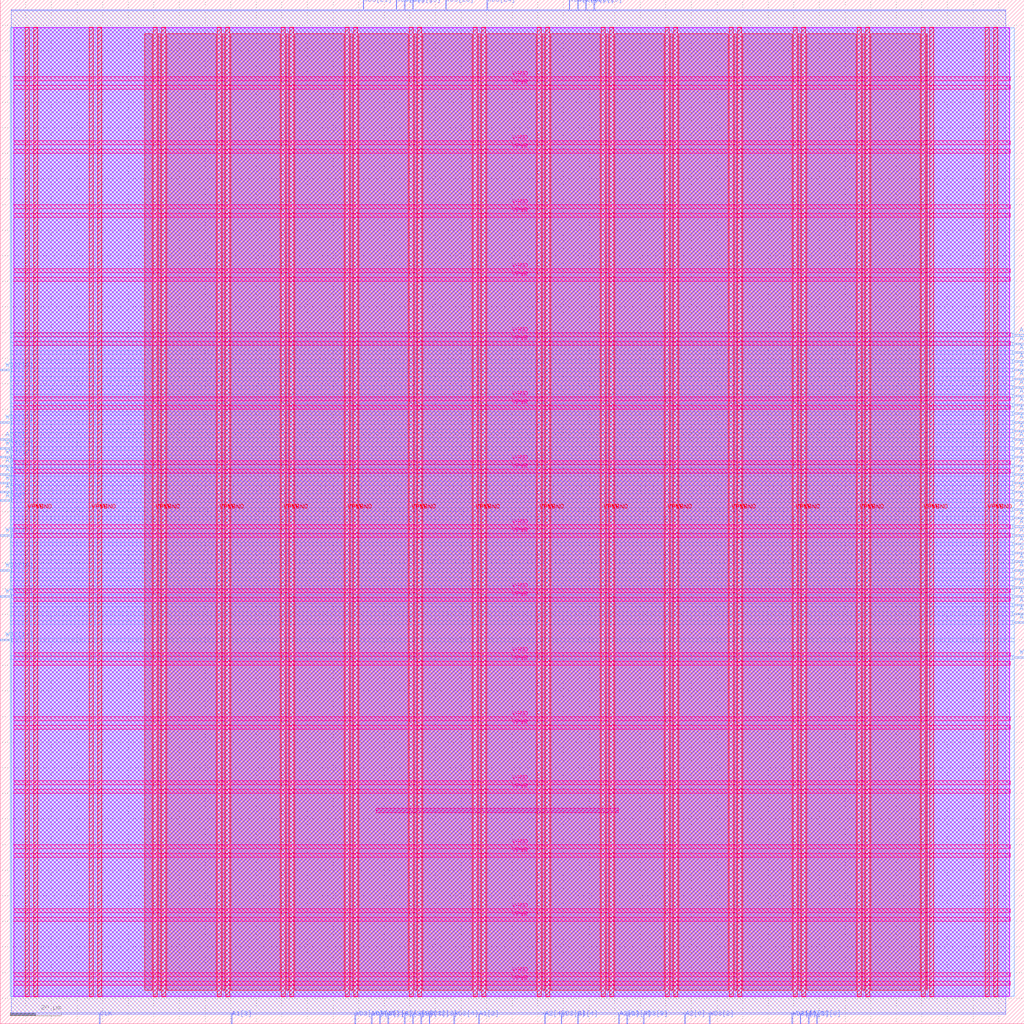
<source format=lef>
VERSION 5.7 ;
  NOWIREEXTENSIONATPIN ON ;
  DIVIDERCHAR "/" ;
  BUSBITCHARS "[]" ;
MACRO project4
  CLASS BLOCK ;
  FOREIGN project4 ;
  ORIGIN 0.000 0.000 ;
  SIZE 400.000 BY 400.000 ;
  PIN A1[0]
    DIRECTION INPUT ;
    USE SIGNAL ;
    ANTENNAGATEAREA 0.196500 ;
    PORT
      LAYER met2 ;
        RECT 312.430 0.000 312.710 4.000 ;
    END
  END A1[0]
  PIN A1[1]
    DIRECTION INPUT ;
    USE SIGNAL ;
    ANTENNAGATEAREA 0.196500 ;
    PORT
      LAYER met2 ;
        RECT 315.650 0.000 315.930 4.000 ;
    END
  END A1[1]
  PIN A1[2]
    DIRECTION INPUT ;
    USE SIGNAL ;
    ANTENNAGATEAREA 0.213000 ;
    PORT
      LAYER met2 ;
        RECT 186.850 0.000 187.130 4.000 ;
    END
  END A1[2]
  PIN A1[3]
    DIRECTION INPUT ;
    USE SIGNAL ;
    ANTENNAGATEAREA 0.426000 ;
    PORT
      LAYER met2 ;
        RECT 90.250 0.000 90.530 4.000 ;
    END
  END A1[3]
  PIN A1[4]
    DIRECTION INPUT ;
    USE SIGNAL ;
    ANTENNAGATEAREA 0.159000 ;
    PORT
      LAYER met2 ;
        RECT 225.490 0.000 225.770 4.000 ;
    END
  END A1[4]
  PIN A2[0]
    DIRECTION INPUT ;
    USE SIGNAL ;
    ANTENNAGATEAREA 1.168500 ;
    PORT
      LAYER met2 ;
        RECT 267.350 0.000 267.630 4.000 ;
    END
  END A2[0]
  PIN A2[1]
    DIRECTION INPUT ;
    USE SIGNAL ;
    ANTENNAGATEAREA 0.921000 ;
    PORT
      LAYER met2 ;
        RECT 241.590 0.000 241.870 4.000 ;
    END
  END A2[1]
  PIN A2[2]
    DIRECTION INPUT ;
    USE SIGNAL ;
    ANTENNAGATEAREA 0.196500 ;
    PORT
      LAYER met2 ;
        RECT 161.090 0.000 161.370 4.000 ;
    END
  END A2[2]
  PIN A2[3]
    DIRECTION INPUT ;
    USE SIGNAL ;
    ANTENNAGATEAREA 0.126000 ;
    PORT
      LAYER met2 ;
        RECT 157.870 0.000 158.150 4.000 ;
    END
  END A2[3]
  PIN A2[4]
    DIRECTION INPUT ;
    USE SIGNAL ;
    ANTENNAGATEAREA 0.247500 ;
    PORT
      LAYER met2 ;
        RECT 212.610 0.000 212.890 4.000 ;
    END
  END A2[4]
  PIN A3[0]
    DIRECTION INPUT ;
    USE SIGNAL ;
    ANTENNAGATEAREA 0.213000 ;
    PORT
      LAYER met3 ;
        RECT 0.000 204.040 4.000 204.640 ;
    END
  END A3[0]
  PIN A3[1]
    DIRECTION INPUT ;
    USE SIGNAL ;
    ANTENNAGATEAREA 0.159000 ;
    PORT
      LAYER met3 ;
        RECT 0.000 207.440 4.000 208.040 ;
    END
  END A3[1]
  PIN A3[2]
    DIRECTION INPUT ;
    USE SIGNAL ;
    ANTENNAGATEAREA 0.213000 ;
    PORT
      LAYER met3 ;
        RECT 0.000 217.640 4.000 218.240 ;
    END
  END A3[2]
  PIN A3[3]
    DIRECTION INPUT ;
    USE SIGNAL ;
    ANTENNAGATEAREA 0.213000 ;
    PORT
      LAYER met3 ;
        RECT 0.000 227.840 4.000 228.440 ;
    END
  END A3[3]
  PIN A3[4]
    DIRECTION INPUT ;
    USE SIGNAL ;
    ANTENNAGATEAREA 0.213000 ;
    PORT
      LAYER met3 ;
        RECT 0.000 214.240 4.000 214.840 ;
    END
  END A3[4]
  PIN ALU_result[0]
    DIRECTION OUTPUT ;
    USE SIGNAL ;
    ANTENNADIFFAREA 0.340600 ;
    PORT
      LAYER met3 ;
        RECT 396.000 156.440 400.000 157.040 ;
    END
  END ALU_result[0]
  PIN ALU_result[10]
    DIRECTION OUTPUT ;
    USE SIGNAL ;
    ANTENNADIFFAREA 0.340600 ;
    PORT
      LAYER met3 ;
        RECT 396.000 163.240 400.000 163.840 ;
    END
  END ALU_result[10]
  PIN ALU_result[11]
    DIRECTION OUTPUT ;
    USE SIGNAL ;
    ANTENNADIFFAREA 0.340600 ;
    PORT
      LAYER met3 ;
        RECT 396.000 268.640 400.000 269.240 ;
    END
  END ALU_result[11]
  PIN ALU_result[12]
    DIRECTION OUTPUT ;
    USE SIGNAL ;
    ANTENNADIFFAREA 0.340600 ;
    PORT
      LAYER met3 ;
        RECT 396.000 200.640 400.000 201.240 ;
    END
  END ALU_result[12]
  PIN ALU_result[13]
    DIRECTION OUTPUT ;
    USE SIGNAL ;
    ANTENNADIFFAREA 0.340600 ;
    PORT
      LAYER met3 ;
        RECT 396.000 204.040 400.000 204.640 ;
    END
  END ALU_result[13]
  PIN ALU_result[14]
    DIRECTION OUTPUT ;
    USE SIGNAL ;
    ANTENNADIFFAREA 0.340600 ;
    PORT
      LAYER met3 ;
        RECT 396.000 197.240 400.000 197.840 ;
    END
  END ALU_result[14]
  PIN ALU_result[15]
    DIRECTION OUTPUT ;
    USE SIGNAL ;
    ANTENNADIFFAREA 0.340600 ;
    PORT
      LAYER met3 ;
        RECT 396.000 231.240 400.000 231.840 ;
    END
  END ALU_result[15]
  PIN ALU_result[16]
    DIRECTION OUTPUT ;
    USE SIGNAL ;
    ANTENNADIFFAREA 0.340600 ;
    PORT
      LAYER met3 ;
        RECT 396.000 210.840 400.000 211.440 ;
    END
  END ALU_result[16]
  PIN ALU_result[17]
    DIRECTION OUTPUT ;
    USE SIGNAL ;
    ANTENNADIFFAREA 0.340600 ;
    PORT
      LAYER met3 ;
        RECT 396.000 214.240 400.000 214.840 ;
    END
  END ALU_result[17]
  PIN ALU_result[18]
    DIRECTION OUTPUT ;
    USE SIGNAL ;
    ANTENNADIFFAREA 0.340600 ;
    PORT
      LAYER met3 ;
        RECT 396.000 217.640 400.000 218.240 ;
    END
  END ALU_result[18]
  PIN ALU_result[19]
    DIRECTION OUTPUT ;
    USE SIGNAL ;
    ANTENNADIFFAREA 0.340600 ;
    PORT
      LAYER met3 ;
        RECT 396.000 238.040 400.000 238.640 ;
    END
  END ALU_result[19]
  PIN ALU_result[1]
    DIRECTION OUTPUT ;
    USE SIGNAL ;
    ANTENNADIFFAREA 0.340600 ;
    PORT
      LAYER met3 ;
        RECT 396.000 187.040 400.000 187.640 ;
    END
  END ALU_result[1]
  PIN ALU_result[20]
    DIRECTION OUTPUT ;
    USE SIGNAL ;
    ANTENNADIFFAREA 0.340600 ;
    PORT
      LAYER met3 ;
        RECT 396.000 224.440 400.000 225.040 ;
    END
  END ALU_result[20]
  PIN ALU_result[21]
    DIRECTION OUTPUT ;
    USE SIGNAL ;
    ANTENNADIFFAREA 0.340600 ;
    PORT
      LAYER met3 ;
        RECT 396.000 234.640 400.000 235.240 ;
    END
  END ALU_result[21]
  PIN ALU_result[22]
    DIRECTION OUTPUT ;
    USE SIGNAL ;
    ANTENNADIFFAREA 0.340600 ;
    PORT
      LAYER met3 ;
        RECT 396.000 221.040 400.000 221.640 ;
    END
  END ALU_result[22]
  PIN ALU_result[23]
    DIRECTION OUTPUT ;
    USE SIGNAL ;
    ANTENNADIFFAREA 0.340600 ;
    PORT
      LAYER met3 ;
        RECT 396.000 265.240 400.000 265.840 ;
    END
  END ALU_result[23]
  PIN ALU_result[24]
    DIRECTION OUTPUT ;
    USE SIGNAL ;
    ANTENNADIFFAREA 0.340600 ;
    PORT
      LAYER met3 ;
        RECT 396.000 227.840 400.000 228.440 ;
    END
  END ALU_result[24]
  PIN ALU_result[25]
    DIRECTION OUTPUT ;
    USE SIGNAL ;
    ANTENNADIFFAREA 0.340600 ;
    PORT
      LAYER met3 ;
        RECT 396.000 244.840 400.000 245.440 ;
    END
  END ALU_result[25]
  PIN ALU_result[26]
    DIRECTION OUTPUT ;
    USE SIGNAL ;
    ANTENNADIFFAREA 0.340600 ;
    PORT
      LAYER met3 ;
        RECT 396.000 241.440 400.000 242.040 ;
    END
  END ALU_result[26]
  PIN ALU_result[27]
    DIRECTION OUTPUT ;
    USE SIGNAL ;
    ANTENNADIFFAREA 0.340600 ;
    PORT
      LAYER met3 ;
        RECT 396.000 261.840 400.000 262.440 ;
    END
  END ALU_result[27]
  PIN ALU_result[28]
    DIRECTION OUTPUT ;
    USE SIGNAL ;
    ANTENNADIFFAREA 0.340600 ;
    PORT
      LAYER met3 ;
        RECT 396.000 255.040 400.000 255.640 ;
    END
  END ALU_result[28]
  PIN ALU_result[29]
    DIRECTION OUTPUT ;
    USE SIGNAL ;
    ANTENNADIFFAREA 0.340600 ;
    PORT
      LAYER met3 ;
        RECT 396.000 251.640 400.000 252.240 ;
    END
  END ALU_result[29]
  PIN ALU_result[2]
    DIRECTION OUTPUT ;
    USE SIGNAL ;
    ANTENNADIFFAREA 0.340600 ;
    PORT
      LAYER met3 ;
        RECT 396.000 180.240 400.000 180.840 ;
    END
  END ALU_result[2]
  PIN ALU_result[30]
    DIRECTION OUTPUT ;
    USE SIGNAL ;
    ANTENNADIFFAREA 0.340600 ;
    PORT
      LAYER met3 ;
        RECT 396.000 258.440 400.000 259.040 ;
    END
  END ALU_result[30]
  PIN ALU_result[31]
    DIRECTION OUTPUT ;
    USE SIGNAL ;
    ANTENNADIFFAREA 0.340600 ;
    PORT
      LAYER met3 ;
        RECT 396.000 248.240 400.000 248.840 ;
    END
  END ALU_result[31]
  PIN ALU_result[3]
    DIRECTION OUTPUT ;
    USE SIGNAL ;
    ANTENNADIFFAREA 0.340600 ;
    PORT
      LAYER met3 ;
        RECT 396.000 190.440 400.000 191.040 ;
    END
  END ALU_result[3]
  PIN ALU_result[4]
    DIRECTION OUTPUT ;
    USE SIGNAL ;
    ANTENNADIFFAREA 0.340600 ;
    PORT
      LAYER met3 ;
        RECT 396.000 166.640 400.000 167.240 ;
    END
  END ALU_result[4]
  PIN ALU_result[5]
    DIRECTION OUTPUT ;
    USE SIGNAL ;
    ANTENNADIFFAREA 0.340600 ;
    PORT
      LAYER met3 ;
        RECT 396.000 193.840 400.000 194.440 ;
    END
  END ALU_result[5]
  PIN ALU_result[6]
    DIRECTION OUTPUT ;
    USE SIGNAL ;
    ANTENNADIFFAREA 0.340600 ;
    PORT
      LAYER met3 ;
        RECT 396.000 170.040 400.000 170.640 ;
    END
  END ALU_result[6]
  PIN ALU_result[7]
    DIRECTION OUTPUT ;
    USE SIGNAL ;
    ANTENNADIFFAREA 0.340600 ;
    PORT
      LAYER met3 ;
        RECT 396.000 176.840 400.000 177.440 ;
    END
  END ALU_result[7]
  PIN ALU_result[8]
    DIRECTION OUTPUT ;
    USE SIGNAL ;
    ANTENNADIFFAREA 0.340600 ;
    PORT
      LAYER met3 ;
        RECT 396.000 207.440 400.000 208.040 ;
    END
  END ALU_result[8]
  PIN ALU_result[9]
    DIRECTION OUTPUT ;
    USE SIGNAL ;
    ANTENNADIFFAREA 0.340600 ;
    PORT
      LAYER met3 ;
        RECT 396.000 159.840 400.000 160.440 ;
    END
  END ALU_result[9]
  PIN CLK
    DIRECTION INPUT ;
    USE SIGNAL ;
    ANTENNAGATEAREA 0.852000 ;
    PORT
      LAYER met2 ;
        RECT 38.730 0.000 39.010 4.000 ;
    END
  END CLK
  PIN VGND
    DIRECTION INOUT ;
    USE GROUND ;
    PORT
      LAYER met4 ;
        RECT 13.020 10.640 14.620 389.200 ;
    END
    PORT
      LAYER met4 ;
        RECT 38.020 10.640 39.620 389.200 ;
    END
    PORT
      LAYER met4 ;
        RECT 63.020 10.640 64.620 389.200 ;
    END
    PORT
      LAYER met4 ;
        RECT 88.020 10.640 89.620 389.200 ;
    END
    PORT
      LAYER met4 ;
        RECT 113.020 10.640 114.620 389.200 ;
    END
    PORT
      LAYER met4 ;
        RECT 138.020 10.640 139.620 389.200 ;
    END
    PORT
      LAYER met4 ;
        RECT 163.020 10.640 164.620 389.200 ;
    END
    PORT
      LAYER met4 ;
        RECT 188.020 10.640 189.620 389.200 ;
    END
    PORT
      LAYER met4 ;
        RECT 213.020 10.640 214.620 389.200 ;
    END
    PORT
      LAYER met4 ;
        RECT 238.020 10.640 239.620 389.200 ;
    END
    PORT
      LAYER met4 ;
        RECT 263.020 10.640 264.620 389.200 ;
    END
    PORT
      LAYER met4 ;
        RECT 288.020 10.640 289.620 389.200 ;
    END
    PORT
      LAYER met4 ;
        RECT 313.020 10.640 314.620 389.200 ;
    END
    PORT
      LAYER met4 ;
        RECT 338.020 10.640 339.620 389.200 ;
    END
    PORT
      LAYER met4 ;
        RECT 363.020 10.640 364.620 389.200 ;
    END
    PORT
      LAYER met4 ;
        RECT 388.020 10.640 389.620 389.200 ;
    END
    PORT
      LAYER met5 ;
        RECT 5.280 18.380 394.460 19.980 ;
    END
    PORT
      LAYER met5 ;
        RECT 5.280 43.380 394.460 44.980 ;
    END
    PORT
      LAYER met5 ;
        RECT 5.280 68.380 394.460 69.980 ;
    END
    PORT
      LAYER met5 ;
        RECT 5.280 93.380 394.460 94.980 ;
    END
    PORT
      LAYER met5 ;
        RECT 5.280 118.380 394.460 119.980 ;
    END
    PORT
      LAYER met5 ;
        RECT 5.280 143.380 394.460 144.980 ;
    END
    PORT
      LAYER met5 ;
        RECT 5.280 168.380 394.460 169.980 ;
    END
    PORT
      LAYER met5 ;
        RECT 5.280 193.380 394.460 194.980 ;
    END
    PORT
      LAYER met5 ;
        RECT 5.280 218.380 394.460 219.980 ;
    END
    PORT
      LAYER met5 ;
        RECT 5.280 243.380 394.460 244.980 ;
    END
    PORT
      LAYER met5 ;
        RECT 5.280 268.380 394.460 269.980 ;
    END
    PORT
      LAYER met5 ;
        RECT 5.280 293.380 394.460 294.980 ;
    END
    PORT
      LAYER met5 ;
        RECT 5.280 318.380 394.460 319.980 ;
    END
    PORT
      LAYER met5 ;
        RECT 5.280 343.380 394.460 344.980 ;
    END
    PORT
      LAYER met5 ;
        RECT 5.280 368.380 394.460 369.980 ;
    END
  END VGND
  PIN VPWR
    DIRECTION INOUT ;
    USE POWER ;
    PORT
      LAYER met4 ;
        RECT 9.720 10.640 11.320 389.200 ;
    END
    PORT
      LAYER met4 ;
        RECT 34.720 10.640 36.320 389.200 ;
    END
    PORT
      LAYER met4 ;
        RECT 59.720 10.640 61.320 389.200 ;
    END
    PORT
      LAYER met4 ;
        RECT 84.720 10.640 86.320 389.200 ;
    END
    PORT
      LAYER met4 ;
        RECT 109.720 10.640 111.320 389.200 ;
    END
    PORT
      LAYER met4 ;
        RECT 134.720 10.640 136.320 389.200 ;
    END
    PORT
      LAYER met4 ;
        RECT 159.720 10.640 161.320 389.200 ;
    END
    PORT
      LAYER met4 ;
        RECT 184.720 10.640 186.320 389.200 ;
    END
    PORT
      LAYER met4 ;
        RECT 209.720 10.640 211.320 389.200 ;
    END
    PORT
      LAYER met4 ;
        RECT 234.720 10.640 236.320 389.200 ;
    END
    PORT
      LAYER met4 ;
        RECT 259.720 10.640 261.320 389.200 ;
    END
    PORT
      LAYER met4 ;
        RECT 284.720 10.640 286.320 389.200 ;
    END
    PORT
      LAYER met4 ;
        RECT 309.720 10.640 311.320 389.200 ;
    END
    PORT
      LAYER met4 ;
        RECT 334.720 10.640 336.320 389.200 ;
    END
    PORT
      LAYER met4 ;
        RECT 359.720 10.640 361.320 389.200 ;
    END
    PORT
      LAYER met4 ;
        RECT 384.720 10.640 386.320 389.200 ;
    END
    PORT
      LAYER met5 ;
        RECT 5.280 15.080 394.460 16.680 ;
    END
    PORT
      LAYER met5 ;
        RECT 5.280 40.080 394.460 41.680 ;
    END
    PORT
      LAYER met5 ;
        RECT 5.280 65.080 394.460 66.680 ;
    END
    PORT
      LAYER met5 ;
        RECT 5.280 90.080 394.460 91.680 ;
    END
    PORT
      LAYER met5 ;
        RECT 5.280 115.080 394.460 116.680 ;
    END
    PORT
      LAYER met5 ;
        RECT 5.280 140.080 394.460 141.680 ;
    END
    PORT
      LAYER met5 ;
        RECT 5.280 165.080 394.460 166.680 ;
    END
    PORT
      LAYER met5 ;
        RECT 5.280 190.080 394.460 191.680 ;
    END
    PORT
      LAYER met5 ;
        RECT 5.280 215.080 394.460 216.680 ;
    END
    PORT
      LAYER met5 ;
        RECT 5.280 240.080 394.460 241.680 ;
    END
    PORT
      LAYER met5 ;
        RECT 5.280 265.080 394.460 266.680 ;
    END
    PORT
      LAYER met5 ;
        RECT 5.280 290.080 394.460 291.680 ;
    END
    PORT
      LAYER met5 ;
        RECT 5.280 315.080 394.460 316.680 ;
    END
    PORT
      LAYER met5 ;
        RECT 5.280 340.080 394.460 341.680 ;
    END
    PORT
      LAYER met5 ;
        RECT 5.280 365.080 394.460 366.680 ;
    END
  END VPWR
  PIN WD3[0]
    DIRECTION INPUT ;
    USE SIGNAL ;
    ANTENNAGATEAREA 0.196500 ;
    PORT
      LAYER met2 ;
        RECT 318.870 0.000 319.150 4.000 ;
    END
  END WD3[0]
  PIN WD3[10]
    DIRECTION INPUT ;
    USE SIGNAL ;
    ANTENNAGATEAREA 0.126000 ;
    PORT
      LAYER met2 ;
        RECT 138.550 0.000 138.830 4.000 ;
    END
  END WD3[10]
  PIN WD3[11]
    DIRECTION INPUT ;
    USE SIGNAL ;
    ANTENNAGATEAREA 0.213000 ;
    PORT
      LAYER met2 ;
        RECT 144.990 0.000 145.270 4.000 ;
    END
  END WD3[11]
  PIN WD3[12]
    DIRECTION INPUT ;
    USE SIGNAL ;
    ANTENNAGATEAREA 0.213000 ;
    PORT
      LAYER met2 ;
        RECT 164.310 0.000 164.590 4.000 ;
    END
  END WD3[12]
  PIN WD3[13]
    DIRECTION INPUT ;
    USE SIGNAL ;
    ANTENNAGATEAREA 0.126000 ;
    PORT
      LAYER met2 ;
        RECT 167.530 0.000 167.810 4.000 ;
    END
  END WD3[13]
  PIN WD3[14]
    DIRECTION INPUT ;
    USE SIGNAL ;
    ANTENNAGATEAREA 0.213000 ;
    PORT
      LAYER met3 ;
        RECT 0.000 149.640 4.000 150.240 ;
    END
  END WD3[14]
  PIN WD3[15]
    DIRECTION INPUT ;
    USE SIGNAL ;
    ANTENNAGATEAREA 0.213000 ;
    PORT
      LAYER met3 ;
        RECT 0.000 166.640 4.000 167.240 ;
    END
  END WD3[15]
  PIN WD3[16]
    DIRECTION INPUT ;
    USE SIGNAL ;
    ANTENNAGATEAREA 0.213000 ;
    PORT
      LAYER met3 ;
        RECT 0.000 224.440 4.000 225.040 ;
    END
  END WD3[16]
  PIN WD3[17]
    DIRECTION INPUT ;
    USE SIGNAL ;
    ANTENNAGATEAREA 0.213000 ;
    PORT
      LAYER met3 ;
        RECT 0.000 190.440 4.000 191.040 ;
    END
  END WD3[17]
  PIN WD3[18]
    DIRECTION INPUT ;
    USE SIGNAL ;
    ANTENNAGATEAREA 0.213000 ;
    PORT
      LAYER met3 ;
        RECT 0.000 176.840 4.000 177.440 ;
    END
  END WD3[18]
  PIN WD3[19]
    DIRECTION INPUT ;
    USE SIGNAL ;
    ANTENNAGATEAREA 0.213000 ;
    PORT
      LAYER met3 ;
        RECT 0.000 221.040 4.000 221.640 ;
    END
  END WD3[19]
  PIN WD3[1]
    DIRECTION INPUT ;
    USE SIGNAL ;
    ANTENNAGATEAREA 0.126000 ;
    PORT
      LAYER met2 ;
        RECT 309.210 0.000 309.490 4.000 ;
    END
  END WD3[1]
  PIN WD3[20]
    DIRECTION INPUT ;
    USE SIGNAL ;
    ANTENNAGATEAREA 0.213000 ;
    PORT
      LAYER met2 ;
        RECT 228.710 396.000 228.990 400.000 ;
    END
  END WD3[20]
  PIN WD3[21]
    DIRECTION INPUT ;
    USE SIGNAL ;
    ANTENNAGATEAREA 0.126000 ;
    PORT
      LAYER met2 ;
        RECT 141.770 396.000 142.050 400.000 ;
    END
  END WD3[21]
  PIN WD3[22]
    DIRECTION INPUT ;
    USE SIGNAL ;
    ANTENNAGATEAREA 0.213000 ;
    PORT
      LAYER met2 ;
        RECT 225.490 396.000 225.770 400.000 ;
    END
  END WD3[22]
  PIN WD3[23]
    DIRECTION INPUT ;
    USE SIGNAL ;
    ANTENNAGATEAREA 0.126000 ;
    PORT
      LAYER met2 ;
        RECT 161.090 396.000 161.370 400.000 ;
    END
  END WD3[23]
  PIN WD3[24]
    DIRECTION INPUT ;
    USE SIGNAL ;
    ANTENNAGATEAREA 0.196500 ;
    PORT
      LAYER met2 ;
        RECT 190.070 396.000 190.350 400.000 ;
    END
  END WD3[24]
  PIN WD3[25]
    DIRECTION INPUT ;
    USE SIGNAL ;
    ANTENNAGATEAREA 0.196500 ;
    PORT
      LAYER met2 ;
        RECT 222.270 396.000 222.550 400.000 ;
    END
  END WD3[25]
  PIN WD3[26]
    DIRECTION INPUT ;
    USE SIGNAL ;
    ANTENNAGATEAREA 0.213000 ;
    PORT
      LAYER met2 ;
        RECT 173.970 396.000 174.250 400.000 ;
    END
  END WD3[26]
  PIN WD3[27]
    DIRECTION INPUT ;
    USE SIGNAL ;
    ANTENNAGATEAREA 0.196500 ;
    PORT
      LAYER met2 ;
        RECT 157.870 396.000 158.150 400.000 ;
    END
  END WD3[27]
  PIN WD3[28]
    DIRECTION INPUT ;
    USE SIGNAL ;
    ANTENNAGATEAREA 0.126000 ;
    PORT
      LAYER met2 ;
        RECT 154.650 396.000 154.930 400.000 ;
    END
  END WD3[28]
  PIN WD3[29]
    DIRECTION INPUT ;
    USE SIGNAL ;
    ANTENNAGATEAREA 0.126000 ;
    PORT
      LAYER met2 ;
        RECT 231.930 396.000 232.210 400.000 ;
    END
  END WD3[29]
  PIN WD3[2]
    DIRECTION INPUT ;
    USE SIGNAL ;
    ANTENNAGATEAREA 0.196500 ;
    PORT
      LAYER met2 ;
        RECT 277.010 0.000 277.290 4.000 ;
    END
  END WD3[2]
  PIN WD3[30]
    DIRECTION INPUT ;
    USE SIGNAL ;
    ANTENNAGATEAREA 0.213000 ;
    PORT
      LAYER met3 ;
        RECT 0.000 255.040 4.000 255.640 ;
    END
  END WD3[30]
  PIN WD3[31]
    DIRECTION INPUT ;
    USE SIGNAL ;
    ANTENNAGATEAREA 0.213000 ;
    PORT
      LAYER met3 ;
        RECT 0.000 234.640 4.000 235.240 ;
    END
  END WD3[31]
  PIN WD3[3]
    DIRECTION INPUT ;
    USE SIGNAL ;
    ANTENNAGATEAREA 0.196500 ;
    PORT
      LAYER met2 ;
        RECT 148.210 0.000 148.490 4.000 ;
    END
  END WD3[3]
  PIN WD3[4]
    DIRECTION INPUT ;
    USE SIGNAL ;
    ANTENNAGATEAREA 0.196500 ;
    PORT
      LAYER met2 ;
        RECT 177.190 0.000 177.470 4.000 ;
    END
  END WD3[4]
  PIN WD3[5]
    DIRECTION INPUT ;
    USE SIGNAL ;
    ANTENNAGATEAREA 0.196500 ;
    PORT
      LAYER met2 ;
        RECT 219.050 0.000 219.330 4.000 ;
    END
  END WD3[5]
  PIN WD3[6]
    DIRECTION INPUT ;
    USE SIGNAL ;
    ANTENNAGATEAREA 0.126000 ;
    PORT
      LAYER met2 ;
        RECT 151.430 0.000 151.710 4.000 ;
    END
  END WD3[6]
  PIN WD3[7]
    DIRECTION INPUT ;
    USE SIGNAL ;
    ANTENNAGATEAREA 0.213000 ;
    PORT
      LAYER met2 ;
        RECT 244.810 0.000 245.090 4.000 ;
    END
  END WD3[7]
  PIN WD3[8]
    DIRECTION INPUT ;
    USE SIGNAL ;
    ANTENNAGATEAREA 0.213000 ;
    PORT
      LAYER met3 ;
        RECT 396.000 142.840 400.000 143.440 ;
    END
  END WD3[8]
  PIN WD3[9]
    DIRECTION INPUT ;
    USE SIGNAL ;
    ANTENNAGATEAREA 0.213000 ;
    PORT
      LAYER met2 ;
        RECT 251.250 0.000 251.530 4.000 ;
    END
  END WD3[9]
  PIN WE3
    DIRECTION INPUT ;
    USE SIGNAL ;
    ANTENNAGATEAREA 0.213000 ;
    PORT
      LAYER met3 ;
        RECT 0.000 210.840 4.000 211.440 ;
    END
  END WE3
  PIN opcode[0]
    DIRECTION INPUT ;
    USE SIGNAL ;
    ANTENNAGATEAREA 0.213000 ;
    PORT
      LAYER met3 ;
        RECT 396.000 183.640 400.000 184.240 ;
    END
  END opcode[0]
  PIN opcode[1]
    DIRECTION INPUT ;
    USE SIGNAL ;
    ANTENNAGATEAREA 0.213000 ;
    PORT
      LAYER met3 ;
        RECT 396.000 173.440 400.000 174.040 ;
    END
  END opcode[1]
  OBS
      LAYER nwell ;
        RECT 5.330 10.795 394.410 389.150 ;
      LAYER li1 ;
        RECT 5.520 10.795 394.220 389.045 ;
      LAYER met1 ;
        RECT 4.210 10.640 394.220 389.200 ;
      LAYER met2 ;
        RECT 4.230 395.720 141.490 396.000 ;
        RECT 142.330 395.720 154.370 396.000 ;
        RECT 155.210 395.720 157.590 396.000 ;
        RECT 158.430 395.720 160.810 396.000 ;
        RECT 161.650 395.720 173.690 396.000 ;
        RECT 174.530 395.720 189.790 396.000 ;
        RECT 190.630 395.720 221.990 396.000 ;
        RECT 222.830 395.720 225.210 396.000 ;
        RECT 226.050 395.720 228.430 396.000 ;
        RECT 229.270 395.720 231.650 396.000 ;
        RECT 232.490 395.720 392.750 396.000 ;
        RECT 4.230 4.280 392.750 395.720 ;
        RECT 4.230 3.670 38.450 4.280 ;
        RECT 39.290 3.670 89.970 4.280 ;
        RECT 90.810 3.670 138.270 4.280 ;
        RECT 139.110 3.670 144.710 4.280 ;
        RECT 145.550 3.670 147.930 4.280 ;
        RECT 148.770 3.670 151.150 4.280 ;
        RECT 151.990 3.670 157.590 4.280 ;
        RECT 158.430 3.670 160.810 4.280 ;
        RECT 161.650 3.670 164.030 4.280 ;
        RECT 164.870 3.670 167.250 4.280 ;
        RECT 168.090 3.670 176.910 4.280 ;
        RECT 177.750 3.670 186.570 4.280 ;
        RECT 187.410 3.670 212.330 4.280 ;
        RECT 213.170 3.670 218.770 4.280 ;
        RECT 219.610 3.670 225.210 4.280 ;
        RECT 226.050 3.670 241.310 4.280 ;
        RECT 242.150 3.670 244.530 4.280 ;
        RECT 245.370 3.670 250.970 4.280 ;
        RECT 251.810 3.670 267.070 4.280 ;
        RECT 267.910 3.670 276.730 4.280 ;
        RECT 277.570 3.670 308.930 4.280 ;
        RECT 309.770 3.670 312.150 4.280 ;
        RECT 312.990 3.670 315.370 4.280 ;
        RECT 316.210 3.670 318.590 4.280 ;
        RECT 319.430 3.670 392.750 4.280 ;
      LAYER met3 ;
        RECT 3.990 269.640 396.000 389.125 ;
        RECT 3.990 268.240 395.600 269.640 ;
        RECT 3.990 266.240 396.000 268.240 ;
        RECT 3.990 264.840 395.600 266.240 ;
        RECT 3.990 262.840 396.000 264.840 ;
        RECT 3.990 261.440 395.600 262.840 ;
        RECT 3.990 259.440 396.000 261.440 ;
        RECT 3.990 258.040 395.600 259.440 ;
        RECT 3.990 256.040 396.000 258.040 ;
        RECT 4.400 254.640 395.600 256.040 ;
        RECT 3.990 252.640 396.000 254.640 ;
        RECT 3.990 251.240 395.600 252.640 ;
        RECT 3.990 249.240 396.000 251.240 ;
        RECT 3.990 247.840 395.600 249.240 ;
        RECT 3.990 245.840 396.000 247.840 ;
        RECT 3.990 244.440 395.600 245.840 ;
        RECT 3.990 242.440 396.000 244.440 ;
        RECT 3.990 241.040 395.600 242.440 ;
        RECT 3.990 239.040 396.000 241.040 ;
        RECT 3.990 237.640 395.600 239.040 ;
        RECT 3.990 235.640 396.000 237.640 ;
        RECT 4.400 234.240 395.600 235.640 ;
        RECT 3.990 232.240 396.000 234.240 ;
        RECT 3.990 230.840 395.600 232.240 ;
        RECT 3.990 228.840 396.000 230.840 ;
        RECT 4.400 227.440 395.600 228.840 ;
        RECT 3.990 225.440 396.000 227.440 ;
        RECT 4.400 224.040 395.600 225.440 ;
        RECT 3.990 222.040 396.000 224.040 ;
        RECT 4.400 220.640 395.600 222.040 ;
        RECT 3.990 218.640 396.000 220.640 ;
        RECT 4.400 217.240 395.600 218.640 ;
        RECT 3.990 215.240 396.000 217.240 ;
        RECT 4.400 213.840 395.600 215.240 ;
        RECT 3.990 211.840 396.000 213.840 ;
        RECT 4.400 210.440 395.600 211.840 ;
        RECT 3.990 208.440 396.000 210.440 ;
        RECT 4.400 207.040 395.600 208.440 ;
        RECT 3.990 205.040 396.000 207.040 ;
        RECT 4.400 203.640 395.600 205.040 ;
        RECT 3.990 201.640 396.000 203.640 ;
        RECT 3.990 200.240 395.600 201.640 ;
        RECT 3.990 198.240 396.000 200.240 ;
        RECT 3.990 196.840 395.600 198.240 ;
        RECT 3.990 194.840 396.000 196.840 ;
        RECT 3.990 193.440 395.600 194.840 ;
        RECT 3.990 191.440 396.000 193.440 ;
        RECT 4.400 190.040 395.600 191.440 ;
        RECT 3.990 188.040 396.000 190.040 ;
        RECT 3.990 186.640 395.600 188.040 ;
        RECT 3.990 184.640 396.000 186.640 ;
        RECT 3.990 183.240 395.600 184.640 ;
        RECT 3.990 181.240 396.000 183.240 ;
        RECT 3.990 179.840 395.600 181.240 ;
        RECT 3.990 177.840 396.000 179.840 ;
        RECT 4.400 176.440 395.600 177.840 ;
        RECT 3.990 174.440 396.000 176.440 ;
        RECT 3.990 173.040 395.600 174.440 ;
        RECT 3.990 171.040 396.000 173.040 ;
        RECT 3.990 169.640 395.600 171.040 ;
        RECT 3.990 167.640 396.000 169.640 ;
        RECT 4.400 166.240 395.600 167.640 ;
        RECT 3.990 164.240 396.000 166.240 ;
        RECT 3.990 162.840 395.600 164.240 ;
        RECT 3.990 160.840 396.000 162.840 ;
        RECT 3.990 159.440 395.600 160.840 ;
        RECT 3.990 157.440 396.000 159.440 ;
        RECT 3.990 156.040 395.600 157.440 ;
        RECT 3.990 150.640 396.000 156.040 ;
        RECT 4.400 149.240 396.000 150.640 ;
        RECT 3.990 143.840 396.000 149.240 ;
        RECT 3.990 142.440 395.600 143.840 ;
        RECT 3.990 10.715 396.000 142.440 ;
      LAYER met4 ;
        RECT 56.415 13.095 59.320 386.745 ;
        RECT 61.720 13.095 62.620 386.745 ;
        RECT 65.020 13.095 84.320 386.745 ;
        RECT 86.720 13.095 87.620 386.745 ;
        RECT 90.020 13.095 109.320 386.745 ;
        RECT 111.720 13.095 112.620 386.745 ;
        RECT 115.020 13.095 134.320 386.745 ;
        RECT 136.720 13.095 137.620 386.745 ;
        RECT 140.020 13.095 159.320 386.745 ;
        RECT 161.720 13.095 162.620 386.745 ;
        RECT 165.020 13.095 184.320 386.745 ;
        RECT 186.720 13.095 187.620 386.745 ;
        RECT 190.020 13.095 209.320 386.745 ;
        RECT 211.720 13.095 212.620 386.745 ;
        RECT 215.020 13.095 234.320 386.745 ;
        RECT 236.720 13.095 237.620 386.745 ;
        RECT 240.020 13.095 259.320 386.745 ;
        RECT 261.720 13.095 262.620 386.745 ;
        RECT 265.020 13.095 284.320 386.745 ;
        RECT 286.720 13.095 287.620 386.745 ;
        RECT 290.020 13.095 309.320 386.745 ;
        RECT 311.720 13.095 312.620 386.745 ;
        RECT 315.020 13.095 334.320 386.745 ;
        RECT 336.720 13.095 337.620 386.745 ;
        RECT 340.020 13.095 359.320 386.745 ;
        RECT 361.720 13.095 362.185 386.745 ;
      LAYER met5 ;
        RECT 146.860 82.500 241.380 84.100 ;
  END
END project4
END LIBRARY


</source>
